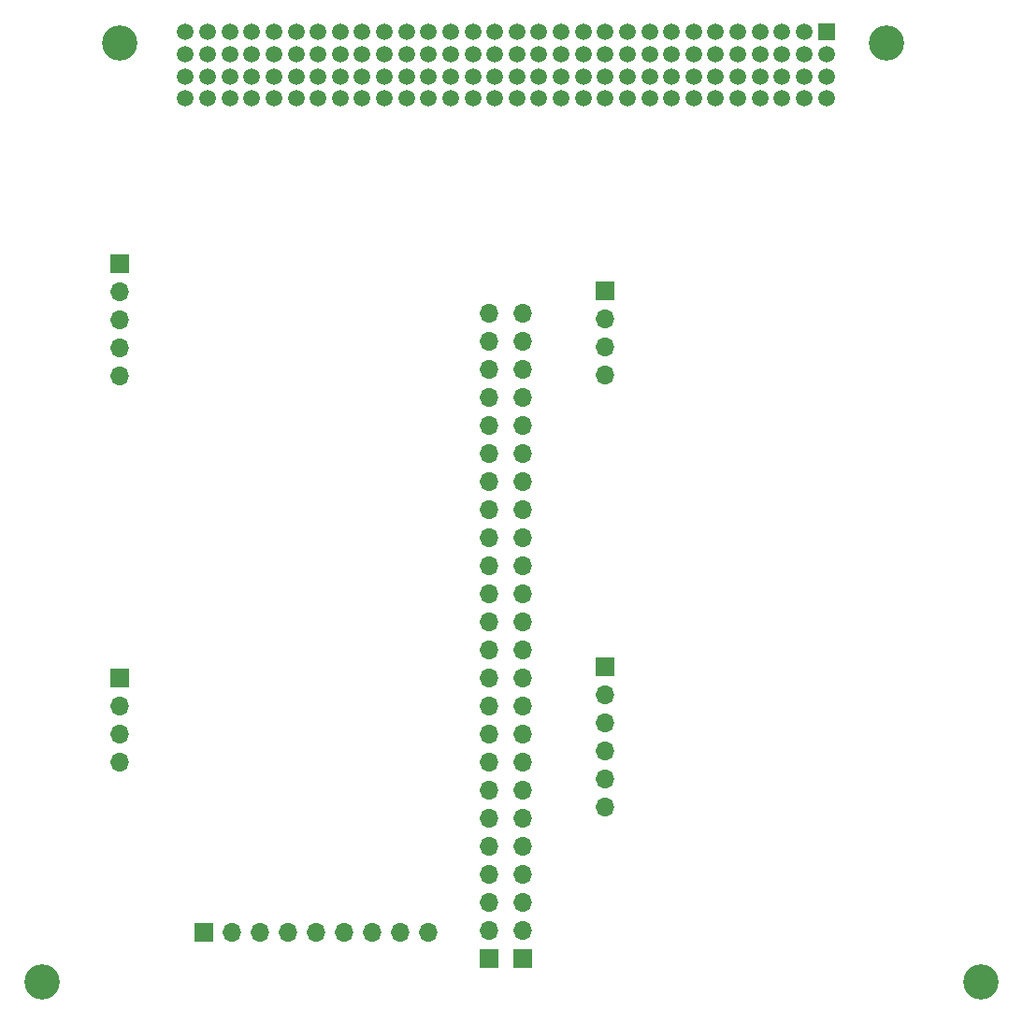
<source format=gbr>
%TF.GenerationSoftware,KiCad,Pcbnew,8.0.0*%
%TF.CreationDate,2025-01-16T04:07:06+02:00*%
%TF.ProjectId,diplomna_2024_sensors_pcb_layout,6469706c-6f6d-46e6-915f-323032345f73,rev?*%
%TF.SameCoordinates,Original*%
%TF.FileFunction,Soldermask,Bot*%
%TF.FilePolarity,Negative*%
%FSLAX46Y46*%
G04 Gerber Fmt 4.6, Leading zero omitted, Abs format (unit mm)*
G04 Created by KiCad (PCBNEW 8.0.0) date 2025-01-16 04:07:06*
%MOMM*%
%LPD*%
G01*
G04 APERTURE LIST*
%ADD10R,1.700000X1.700000*%
%ADD11O,1.700000X1.700000*%
%ADD12C,3.200000*%
%ADD13R,1.500000X1.500000*%
%ADD14C,1.500000*%
G04 APERTURE END LIST*
D10*
%TO.C,REF\u002A\u002A*%
X176680000Y-136000000D03*
D11*
X179220000Y-136000000D03*
X181760000Y-136000000D03*
X184300000Y-136000000D03*
X186840000Y-136000000D03*
X189380000Y-136000000D03*
X191920000Y-136000000D03*
X194460000Y-136000000D03*
X197000000Y-136000000D03*
%TD*%
%TO.C,REF\u002A\u002A*%
X213000000Y-85580000D03*
X213000000Y-83040000D03*
X213000000Y-80500000D03*
D10*
X213000000Y-77960000D03*
%TD*%
%TO.C,REF\u002A\u002A*%
X213000000Y-112000000D03*
D11*
X213000000Y-114540000D03*
X213000000Y-117080000D03*
X213000000Y-119620000D03*
X213000000Y-122160000D03*
X213000000Y-124700000D03*
%TD*%
D10*
%TO.C,REF\u002A\u002A*%
X169000000Y-113000000D03*
D11*
X169000000Y-115540000D03*
X169000000Y-118080000D03*
X169000000Y-120620000D03*
%TD*%
D10*
%TO.C,REF\u002A\u002A*%
X169000000Y-75460000D03*
D11*
X169000000Y-78000000D03*
X169000000Y-80540000D03*
X169000000Y-83080000D03*
X169000000Y-85620000D03*
%TD*%
D10*
%TO.C,REF\u002A\u002A*%
X202500000Y-138400000D03*
D11*
X202500000Y-135860000D03*
X202500000Y-133320000D03*
X202500000Y-130780000D03*
X202500000Y-128240000D03*
X202500000Y-125700000D03*
X202500000Y-123160000D03*
X202500000Y-120620000D03*
X202500000Y-118080000D03*
X202500000Y-115540000D03*
X202500000Y-113000000D03*
X202500000Y-110460000D03*
X202500000Y-107920000D03*
X202500000Y-105380000D03*
X202500000Y-102840000D03*
X202500000Y-100300000D03*
X202500000Y-97760000D03*
X202500000Y-95220000D03*
X202500000Y-92680000D03*
X202500000Y-90140000D03*
X202500000Y-87600000D03*
X202500000Y-85060000D03*
X202500000Y-82520000D03*
X202500000Y-79980000D03*
%TD*%
D12*
%TO.C,REF\u002A\u002A*%
X238500000Y-55500000D03*
%TD*%
D10*
%TO.C,REF\u002A\u002A*%
X205500000Y-138400000D03*
D11*
X205500000Y-135860000D03*
X205500000Y-133320000D03*
X205500000Y-130780000D03*
X205500000Y-128240000D03*
X205500000Y-125700000D03*
X205500000Y-123160000D03*
X205500000Y-120620000D03*
X205500000Y-118080000D03*
X205500000Y-115540000D03*
X205500000Y-113000000D03*
X205500000Y-110460000D03*
X205500000Y-107920000D03*
X205500000Y-105380000D03*
X205500000Y-102840000D03*
X205500000Y-100300000D03*
X205500000Y-97760000D03*
X205500000Y-95220000D03*
X205500000Y-92680000D03*
X205500000Y-90140000D03*
X205500000Y-87600000D03*
X205500000Y-85060000D03*
X205500000Y-82520000D03*
X205500000Y-79980000D03*
%TD*%
D12*
%TO.C,REF\u002A\u002A*%
X247000000Y-140500000D03*
%TD*%
%TO.C,REF\u002A\u002A*%
X169000000Y-55500000D03*
%TD*%
%TO.C,REF\u002A\u002A*%
X162000000Y-140500000D03*
%TD*%
D13*
%TO.C,J\u002A\u002A*%
X233000000Y-54500000D03*
D14*
X231000000Y-54500000D03*
X229000000Y-54500000D03*
X227000000Y-54500000D03*
X225000000Y-54500000D03*
X223000000Y-54500000D03*
X221000000Y-54500000D03*
X219000000Y-54500000D03*
X217000000Y-54500000D03*
X215000000Y-54500000D03*
X213000000Y-54500000D03*
X211000000Y-54500000D03*
X209000000Y-54500000D03*
X207000000Y-54500000D03*
X205000000Y-54500000D03*
X203000000Y-54500000D03*
X201000000Y-54500000D03*
X199000000Y-54500000D03*
X197000000Y-54500000D03*
X195000000Y-54500000D03*
X193000000Y-54500000D03*
X191000000Y-54500000D03*
X189000000Y-54500000D03*
X187000000Y-54500000D03*
X185000000Y-54500000D03*
X183000000Y-54500000D03*
X181000000Y-54500000D03*
X179000000Y-54500000D03*
X177000000Y-54500000D03*
X175000000Y-54500000D03*
X233000000Y-56500000D03*
X231000000Y-56500000D03*
X229000000Y-56500000D03*
X227000000Y-56500000D03*
X225000000Y-56500000D03*
X223000000Y-56500000D03*
X221000000Y-56500000D03*
X219000000Y-56500000D03*
X217000000Y-56500000D03*
X215000000Y-56500000D03*
X213000000Y-56500000D03*
X211000000Y-56500000D03*
X209000000Y-56500000D03*
X207000000Y-56500000D03*
X205000000Y-56500000D03*
X203000000Y-56500000D03*
X201000000Y-56500000D03*
X199000000Y-56500000D03*
X197000000Y-56500000D03*
X195000000Y-56500000D03*
X193000000Y-56500000D03*
X191000000Y-56500000D03*
X189000000Y-56500000D03*
X187000000Y-56500000D03*
X185000000Y-56500000D03*
X183000000Y-56500000D03*
X181000000Y-56500000D03*
X179000000Y-56500000D03*
X177000000Y-56500000D03*
X175000000Y-56500000D03*
X233000000Y-58500000D03*
X231000000Y-58500000D03*
X229000000Y-58500000D03*
X227000000Y-58500000D03*
X225000000Y-58500000D03*
X223000000Y-58500000D03*
X221000000Y-58500000D03*
X219000000Y-58500000D03*
X217000000Y-58500000D03*
X215000000Y-58500000D03*
X213000000Y-58500000D03*
X211000000Y-58500000D03*
X209000000Y-58500000D03*
X207000000Y-58500000D03*
X205000000Y-58500000D03*
X203000000Y-58500000D03*
X201000000Y-58500000D03*
X199000000Y-58500000D03*
X197000000Y-58500000D03*
X195000000Y-58500000D03*
X193000000Y-58500000D03*
X191000000Y-58500000D03*
X189000000Y-58500000D03*
X187000000Y-58500000D03*
X185000000Y-58500000D03*
X183000000Y-58500000D03*
X181000000Y-58500000D03*
X179000000Y-58500000D03*
X177000000Y-58500000D03*
X175000000Y-58500000D03*
X233000000Y-60500000D03*
X231000000Y-60500000D03*
X229000000Y-60500000D03*
X227000000Y-60500000D03*
X225000000Y-60500000D03*
X223000000Y-60500000D03*
X221000000Y-60500000D03*
X219000000Y-60500000D03*
X217000000Y-60500000D03*
X215000000Y-60500000D03*
X213000000Y-60500000D03*
X211000000Y-60500000D03*
X209000000Y-60500000D03*
X207000000Y-60500000D03*
X205000000Y-60500000D03*
X203000000Y-60500000D03*
X201000000Y-60500000D03*
X199000000Y-60500000D03*
X197000000Y-60500000D03*
X195000000Y-60500000D03*
X193000000Y-60500000D03*
X191000000Y-60500000D03*
X189000000Y-60500000D03*
X187000000Y-60500000D03*
X185000000Y-60500000D03*
X183000000Y-60500000D03*
X181000000Y-60500000D03*
X179000000Y-60500000D03*
X177000000Y-60500000D03*
X175000000Y-60500000D03*
%TD*%
M02*

</source>
